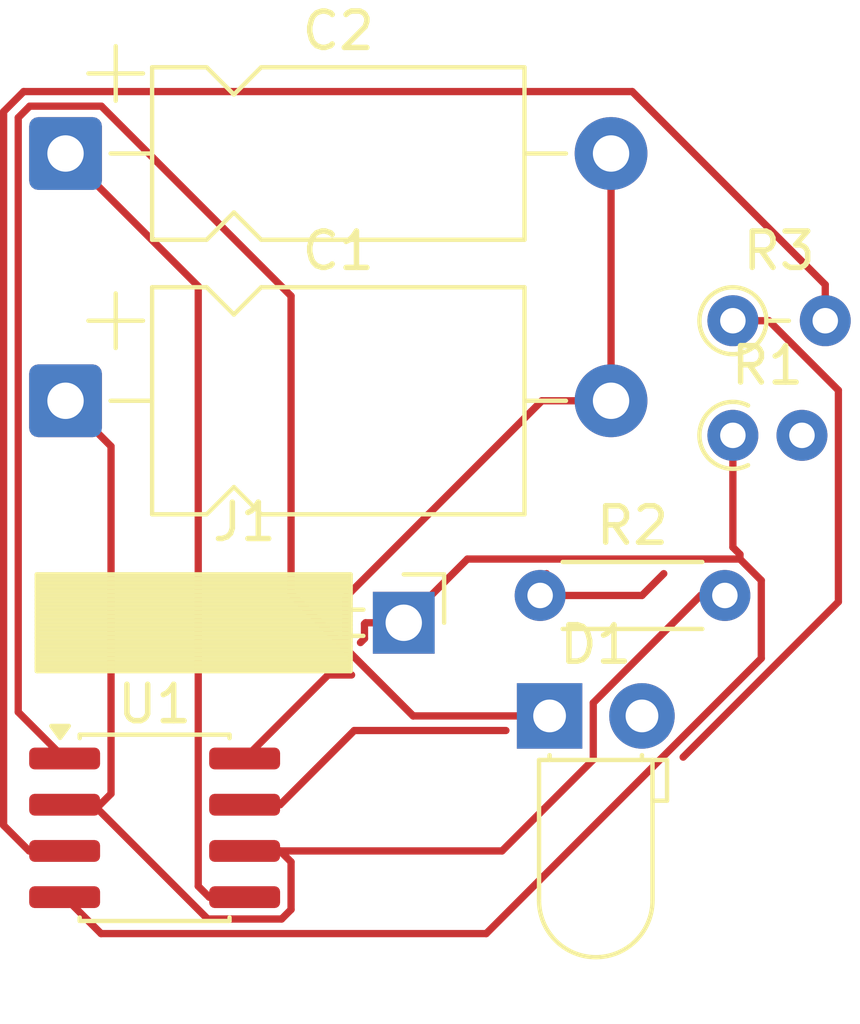
<source format=kicad_pcb>
(kicad_pcb (version 20241229) (generator "pcbnew") (generator_version "9.0")
  (layers (0 "F.Cu" signal) (2 "B.Cu" signal) (13 "F.Paste" user) (15 "B.Paste" user) (5 "F.SilkS" user "F.Silkscreen") (7 "B.SilkS" user "B.Silkscreen") (1 "F.Mask" user) (3 "B.Mask" user) (25 "Edge.Cuts" user))
  (net 0 "")
  (net 1 "Net-(U1-THR)")
  (net 2 "GND")
  (net 3 "Net-(U1-CV)")
  (net 4 "Net-(D1-A)")
  (net 5 "+9V")
  (net 6 "Net-(U1-DIS)")
  (net 7 "Net-(U1-Q)")
  (footprint "LED_THT:LED_D3.0mm_Horizontal_O1.27mm_Z2.0mm_Clear" (layer "F.Cu") (at 144.41 92.585)
    (property "Reference" "D1" (at 1.27 -1.96 0) (layer "F.SilkS"))
    (property "Value" "LED")
    (fp_line (start -0.29 1.21) (end -0.29 5.07) (stroke (width 0.12)) (layer "F.SilkS"))
    (fp_line (start -0.29 1.21) (end 2.83 1.21) (stroke (width 0.12)) (layer "F.SilkS"))
    (fp_line (start 0 1.08) (end 0 1.21) (stroke (width 0.12)) (layer "F.SilkS"))
    (fp_line (start 0 1.21) (end 0 1.08) (stroke (width 0.12)) (layer "F.SilkS"))
    (fp_line (start 2.54 1.08) (end 2.54 1.21) (stroke (width 0.12)) (layer "F.SilkS"))
    (fp_line (start 2.54 1.21) (end 2.54 1.08) (stroke (width 0.12)) (layer "F.SilkS"))
    (fp_line (start 2.83 1.21) (end 2.83 5.07) (stroke (width 0.12)) (layer "F.SilkS"))
    (fp_line (start 2.83 1.21) (end 3.23 1.21) (stroke (width 0.12)) (layer "F.SilkS"))
    (fp_line (start 2.83 2.33) (end 2.83 1.21) (stroke (width 0.12)) (layer "F.SilkS"))
    (fp_line (start 3.23 1.21) (end 3.23 2.33) (stroke (width 0.12)) (layer "F.SilkS"))
    (fp_line (start 3.23 2.33) (end 2.83 2.33) (stroke (width 0.12)) (layer "F.SilkS"))
    (fp_arc (start 2.83 5.07) (mid 1.27 6.63) (end -0.29 5.07) (stroke (width 0.12)) (layer "F.SilkS"))
    (pad "1" thru_hole rect (at 0 0) (size 1.8 1.8) (drill 0.9) (layers "*.Cu" "*.Mask") (net 2 "GND"))
    (pad "2" thru_hole circle (at 2.54 0) (size 1.8 1.8) (drill 0.9) (layers "*.Cu" "*.Mask") (net 4 "Net-(D1-A)"))
  )
  (footprint "Resistor_THT:R_Axial_DIN0204_L3.6mm_D1.6mm_P1.90mm_Vertical" (layer "F.Cu") (at 149.45 84.875)
    (property "Reference" "R1" (at 0.95 -1.92 0) (layer "F.SilkS"))
    (property "Value" "1k")
    (fp_arc (start 0.417133 0.82) (mid -0.92 0) (end 0.417133 -0.82) (stroke (width 0.12)) (layer "F.SilkS"))
    (pad "1" thru_hole circle (at 0 0) (size 1.4 1.4) (drill 0.7) (layers "*.Cu" "*.Mask") (net 5 "+9V"))
    (pad "2" thru_hole circle (at 1.9 0) (size 1.4 1.4) (drill 0.7) (layers "*.Cu" "*.Mask") (net 6 "Net-(U1-DIS)"))
  )
  (footprint "Connector_PinSocket_2.54mm:PinSocket_1x01_P2.54mm_Horizontal" (layer "F.Cu") (at 140.4 90.025)
    (property "Reference" "J1" (at -4.38 -2.77 0) (layer "F.SilkS"))
    (property "Value" "Conn_01x02_Pin")
    (fp_line (start -10.09 -1.33) (end -10.09 1.33) (stroke (width 0.12)) (layer "F.SilkS"))
    (fp_line (start -10.09 -1.33) (end -1.46 -1.33) (stroke (width 0.12)) (layer "F.SilkS"))
    (fp_line (start -10.09 -1.21) (end -1.46 -1.21) (stroke (width 0.12)) (layer "F.SilkS"))
    (fp_line (start -10.09 -1.094545) (end -1.46 -1.094545) (stroke (width 0.12)) (layer "F.SilkS"))
    (fp_line (start -10.09 -0.97909) (end -1.46 -0.97909) (stroke (width 0.12)) (layer "F.SilkS"))
    (fp_line (start -10.09 -0.863635) (end -1.46 -0.863635) (stroke (width 0.12)) (layer "F.SilkS"))
    (fp_line (start -10.09 -0.74818) (end -1.46 -0.74818) (stroke (width 0.12)) (layer "F.SilkS"))
    (fp_line (start -10.09 -0.632725) (end -1.46 -0.632725) (stroke (width 0.12)) (layer "F.SilkS"))
    (fp_line (start -10.09 -0.51727) (end -1.46 -0.51727) (stroke (width 0.12)) (layer "F.SilkS"))
    (fp_line (start -10.09 -0.401815) (end -1.46 -0.401815) (stroke (width 0.12)) (layer "F.SilkS"))
    (fp_line (start -10.09 -0.28636) (end -1.46 -0.28636) (stroke (width 0.12)) (layer "F.SilkS"))
    (fp_line (start -10.09 -0.170905) (end -1.46 -0.170905) (stroke (width 0.12)) (layer "F.SilkS"))
    (fp_line (start -10.09 -0.05545) (end -1.46 -0.05545) (stroke (width 0.12)) (layer "F.SilkS"))
    (fp_line (start -10.09 0.060005) (end -1.46 0.060005) (stroke (width 0.12)) (layer "F.SilkS"))
    (fp_line (start -10.09 0.17546) (end -1.46 0.17546) (stroke (width 0.12)) (layer "F.SilkS"))
    (fp_line (start -10.09 0.290915) (end -1.46 0.290915) (stroke (width 0.12)) (layer "F.SilkS"))
    (fp_line (start -10.09 0.40637) (end -1.46 0.40637) (stroke (width 0.12)) (layer "F.SilkS"))
    (fp_line (start -10.09 0.521825) (end -1.46 0.521825) (stroke (width 0.12)) (layer "F.SilkS"))
    (fp_line (start -10.09 0.63728) (end -1.46 0.63728) (stroke (width 0.12)) (layer "F.SilkS"))
    (fp_line (start -10.09 0.752735) (end -1.46 0.752735) (stroke (width 0.12)) (layer "F.SilkS"))
    (fp_line (start -10.09 0.86819) (end -1.46 0.86819) (stroke (width 0.12)) (layer "F.SilkS"))
    (fp_line (start -10.09 0.983645) (end -1.46 0.983645) (stroke (width 0.12)) (layer "F.SilkS"))
    (fp_line (start -10.09 1.0991) (end -1.46 1.0991) (stroke (width 0.12)) (layer "F.SilkS"))
    (fp_line (start -10.09 1.214555) (end -1.46 1.214555) (stroke (width 0.12)) (layer "F.SilkS"))
    (fp_line (start -10.09 1.33) (end -1.46 1.33) (stroke (width 0.12)) (layer "F.SilkS"))
    (fp_line (start -1.46 -1.33) (end -1.46 1.33) (stroke (width 0.12)) (layer "F.SilkS"))
    (fp_line (start -1.46 -0.36) (end -1.11 -0.36) (stroke (width 0.12)) (layer "F.SilkS"))
    (fp_line (start -1.46 0.36) (end -1.11 0.36) (stroke (width 0.12)) (layer "F.SilkS"))
    (fp_line (start 0 -1.33) (end 1.11 -1.33) (stroke (width 0.12)) (layer "F.SilkS"))
    (fp_line (start 1.11 -1.33) (end 1.11 0) (stroke (width 0.12)) (layer "F.SilkS"))
    (pad "1" thru_hole rect (at 0 0) (size 1.7 1.7) (drill 1) (layers "*.Cu" "*.Mask") (net 5 "+9V"))
  )
  (footprint "Resistor_THT:R_Axial_DIN0204_L3.6mm_D1.6mm_P5.08mm_Horizontal" (layer "F.Cu") (at 144.15 89.275)
    (property "Reference" "R2" (at 2.54 -1.92 0) (layer "F.SilkS"))
    (property "Value" "68k")
    (fp_line (start 0.62 -0.92) (end 4.46 -0.92) (stroke (width 0.12)) (layer "F.SilkS"))
    (fp_line (start 0.62 0.92) (end 4.46 0.92) (stroke (width 0.12)) (layer "F.SilkS"))
    (pad "1" thru_hole circle (at 0 0) (size 1.4 1.4) (drill 0.7) (layers "*.Cu" "*.Mask") (net 6 "Net-(U1-DIS)"))
    (pad "2" thru_hole circle (at 5.08 0) (size 1.4 1.4) (drill 0.7) (layers "*.Cu" "*.Mask") (net 1 "Net-(U1-THR)"))
  )
  (footprint "Resistor_THT:R_Axial_DIN0204_L3.6mm_D1.6mm_P2.54mm_Vertical" (layer "F.Cu") (at 149.45 81.725)
    (property "Reference" "R3" (at 1.27 -1.92 0) (layer "F.SilkS"))
    (property "Value" "470")
    (fp_line (start 0.92 0) (end 1.54 0) (stroke (width 0.12)) (layer "F.SilkS"))
    (fp_circle (center 0 0) (end 0.92 0) (stroke (width 0.12)) (fill no) (layer "F.SilkS"))
    (pad "1" thru_hole circle (at 0 0) (size 1.4 1.4) (drill 0.7) (layers "*.Cu" "*.Mask") (net 4 "Net-(D1-A)"))
    (pad "2" thru_hole circle (at 2.54 0) (size 1.4 1.4) (drill 0.7) (layers "*.Cu" "*.Mask") (net 7 "Net-(U1-Q)"))
  )
  (footprint "Capacitor_THT:CP_Axial_L10.0mm_D6.0mm_P15.00mm_Horizontal" (layer "F.Cu") (at 131.1 83.925)
    (property "Reference" "C1" (at 7.5 -4.12 0) (layer "F.SilkS"))
    (property "Value" "10u")
    (fp_line (start 0.63 -2.2) (end 2.13 -2.2) (stroke (width 0.12)) (layer "F.SilkS"))
    (fp_line (start 1.24 0) (end 2.38 0) (stroke (width 0.12)) (layer "F.SilkS"))
    (fp_line (start 1.38 -2.95) (end 1.38 -1.45) (stroke (width 0.12)) (layer "F.SilkS"))
    (fp_line (start 2.38 -3.12) (end 2.38 3.12) (stroke (width 0.12)) (layer "F.SilkS"))
    (fp_line (start 2.38 -3.12) (end 3.88 -3.12) (stroke (width 0.12)) (layer "F.SilkS"))
    (fp_line (start 2.38 3.12) (end 3.88 3.12) (stroke (width 0.12)) (layer "F.SilkS"))
    (fp_line (start 3.88 -3.12) (end 4.63 -2.37) (stroke (width 0.12)) (layer "F.SilkS"))
    (fp_line (start 3.88 3.12) (end 4.63 2.37) (stroke (width 0.12)) (layer "F.SilkS"))
    (fp_line (start 4.63 -2.37) (end 5.38 -3.12) (stroke (width 0.12)) (layer "F.SilkS"))
    (fp_line (start 4.63 2.37) (end 5.38 3.12) (stroke (width 0.12)) (layer "F.SilkS"))
    (fp_line (start 5.38 -3.12) (end 12.62 -3.12) (stroke (width 0.12)) (layer "F.SilkS"))
    (fp_line (start 5.38 3.12) (end 12.62 3.12) (stroke (width 0.12)) (layer "F.SilkS"))
    (fp_line (start 12.62 -3.12) (end 12.62 3.12) (stroke (width 0.12)) (layer "F.SilkS"))
    (fp_line (start 13.76 0) (end 12.62 0) (stroke (width 0.12)) (layer "F.SilkS"))
    (pad "1" thru_hole roundrect (at 0 0) (size 2 2) (drill 1) (layers "*.Cu" "*.Mask") (roundrect_rratio 0.125) (net 1 "Net-(U1-THR)"))
    (pad "2" thru_hole circle (at 15 0) (size 2 2) (drill 1) (layers "*.Cu" "*.Mask") (net 2 "GND"))
  )
  (footprint "Package_SO:SOIC-8_3.9x4.9mm_P1.27mm" (layer "F.Cu") (at 133.55 95.66)
    (property "Reference" "U1" (at 0 -3.4 0) (layer "F.SilkS"))
    (property "Value" "NE555D")
    (fp_line (start -2.06 -2.56) (end 2.06 -2.56) (stroke (width 0.12)) (layer "F.SilkS"))
    (fp_line (start -2.06 -2.465) (end -2.06 -2.56) (stroke (width 0.12)) (layer "F.SilkS"))
    (fp_line (start -2.06 2.56) (end -2.06 2.465) (stroke (width 0.12)) (layer "F.SilkS"))
    (fp_line (start 2.06 -2.56) (end 2.06 -2.465) (stroke (width 0.12)) (layer "F.SilkS"))
    (fp_line (start 2.06 2.465) (end 2.06 2.56) (stroke (width 0.12)) (layer "F.SilkS"))
    (fp_line (start 2.06 2.56) (end -2.06 2.56) (stroke (width 0.12)) (layer "F.SilkS"))
    (fp_poly (pts (xy -2.6 -2.47) (xy -2.84 -2.8) (xy -2.36 -2.8)) (stroke (width 0.12)) (fill yes) (layer "F.SilkS"))
    (pad "1" smd roundrect (at -2.475 -1.905) (size 1.95 0.6) (layers "F.Cu" "F.Mask" "F.Paste") (net 2 "GND"))
    (pad "2" smd roundrect (at -2.475 -0.635) (size 1.95 0.6) (layers "F.Cu" "F.Mask" "F.Paste") (net 1 "Net-(U1-THR)"))
    (pad "3" smd roundrect (at -2.475 0.635) (size 1.95 0.6) (layers "F.Cu" "F.Mask" "F.Paste") (net 7 "Net-(U1-Q)"))
    (pad "4" smd roundrect (at -2.475 1.905) (size 1.95 0.6) (layers "F.Cu" "F.Mask" "F.Paste") (net 5 "+9V"))
    (pad "5" smd roundrect (at 2.475 1.905) (size 1.95 0.6) (layers "F.Cu" "F.Mask" "F.Paste") (net 3 "Net-(U1-CV)"))
    (pad "6" smd roundrect (at 2.475 0.635) (size 1.95 0.6) (layers "F.Cu" "F.Mask" "F.Paste") (net 1 "Net-(U1-THR)"))
    (pad "7" smd roundrect (at 2.475 -0.635) (size 1.95 0.6) (layers "F.Cu" "F.Mask" "F.Paste") (net 6 "Net-(U1-DIS)"))
    (pad "8" smd roundrect (at 2.475 -1.905) (size 1.95 0.6) (layers "F.Cu" "F.Mask" "F.Paste") (net 5 "+9V"))
  )
  (footprint "Capacitor_THT:CP_Axial_L10.0mm_D4.5mm_P15.00mm_Horizontal" (layer "F.Cu") (at 131.1 77.13)
    (property "Reference" "C2" (at 7.5 -3.37 0) (layer "F.SilkS"))
    (property "Value" "10n")
    (fp_line (start 0.63 -2.2) (end 2.13 -2.2) (stroke (width 0.12)) (layer "F.SilkS"))
    (fp_line (start 1.24 0) (end 2.38 0) (stroke (width 0.12)) (layer "F.SilkS"))
    (fp_line (start 1.38 -2.95) (end 1.38 -1.45) (stroke (width 0.12)) (layer "F.SilkS"))
    (fp_line (start 2.38 -2.37) (end 2.38 2.37) (stroke (width 0.12)) (layer "F.SilkS"))
    (fp_line (start 2.38 -2.37) (end 3.88 -2.37) (stroke (width 0.12)) (layer "F.SilkS"))
    (fp_line (start 2.38 2.37) (end 3.88 2.37) (stroke (width 0.12)) (layer "F.SilkS"))
    (fp_line (start 3.88 -2.37) (end 4.63 -1.62) (stroke (width 0.12)) (layer "F.SilkS"))
    (fp_line (start 3.88 2.37) (end 4.63 1.62) (stroke (width 0.12)) (layer "F.SilkS"))
    (fp_line (start 4.63 -1.62) (end 5.38 -2.37) (stroke (width 0.12)) (layer "F.SilkS"))
    (fp_line (start 4.63 1.62) (end 5.38 2.37) (stroke (width 0.12)) (layer "F.SilkS"))
    (fp_line (start 5.38 -2.37) (end 12.62 -2.37) (stroke (width 0.12)) (layer "F.SilkS"))
    (fp_line (start 5.38 2.37) (end 12.62 2.37) (stroke (width 0.12)) (layer "F.SilkS"))
    (fp_line (start 12.62 -2.37) (end 12.62 2.37) (stroke (width 0.12)) (layer "F.SilkS"))
    (fp_line (start 13.76 0) (end 12.62 0) (stroke (width 0.12)) (layer "F.SilkS"))
    (pad "1" thru_hole roundrect (at 0 0) (size 2 2) (drill 1) (layers "*.Cu" "*.Mask") (roundrect_rratio 0.125) (net 3 "Net-(U1-CV)"))
    (pad "2" thru_hole circle (at 15 0) (size 2 2) (drill 1) (layers "*.Cu" "*.Mask") (net 2 "GND"))
  )
  (segment (start 132.049999 95.025) (end 131.075 95.025) (width 0.2) (layer "F.Cu") (net 1))
  (segment (start 145.611 92.225529) (end 148.561529 89.275) (width 0.2) (layer "F.Cu") (net 1))
  (segment (start 136.025 96.295) (end 143.102 96.295) (width 0.2) (layer "F.Cu") (net 1))
  (segment (start 131.1 83.925) (end 132.351 85.176) (width 0.2) (layer "F.Cu") (net 1))
  (segment (start 137.301 96.596001) (end 136.999999 96.295) (width 0.2) (layer "F.Cu") (net 1))
  (segment (start 135.009032 98.166) (end 137.040968 98.166) (width 0.2) (layer "F.Cu") (net 1))
  (segment (start 143.102 96.295) (end 145.611 93.786) (width 0.2) (layer "F.Cu") (net 1))
  (segment (start 148.561529 89.275) (end 149.23 89.275) (width 0.2) (layer "F.Cu") (net 1))
  (segment (start 132.351 85.176) (end 132.351 94.723999) (width 0.2) (layer "F.Cu") (net 1))
  (segment (start 131.075 95.025) (end 131.868032 95.025) (width 0.2) (layer "F.Cu") (net 1))
  (segment (start 137.301 97.905968) (end 137.301 96.596001) (width 0.2) (layer "F.Cu") (net 1))
  (segment (start 132.351 94.723999) (end 132.049999 95.025) (width 0.2) (layer "F.Cu") (net 1))
  (segment (start 131.868032 95.025) (end 135.009032 98.166) (width 0.2) (layer "F.Cu") (net 1))
  (segment (start 136.999999 96.295) (end 136.025 96.295) (width 0.2) (layer "F.Cu") (net 1))
  (segment (start 137.040968 98.166) (end 137.301 97.905968) (width 0.2) (layer "F.Cu") (net 1))
  (segment (start 145.611 93.786) (end 145.611 92.225529) (width 0.2) (layer "F.Cu") (net 1))
  (segment (start 138.80905 90.73605) (end 140.658 92.585) (width 0.2) (layer "F.Cu") (net 2))
  (segment (start 129.799 92.479) (end 129.799 76.14484) (width 0.2) (layer "F.Cu") (net 2))
  (segment (start 146.1 83.925) (end 144.198 83.925) (width 0.2) (layer "F.Cu") (net 2))
  (segment (start 138.80905 89.31395) (end 138.80905 90.73605) (width 0.2) (layer "F.Cu") (net 2))
  (segment (start 144.198 83.925) (end 138.80905 89.31395) (width 0.2) (layer "F.Cu") (net 2))
  (segment (start 137.301 81.04484) (end 137.301 89.228) (width 0.2) (layer "F.Cu") (net 2))
  (segment (start 140.658 92.585) (end 144.41 92.585) (width 0.2) (layer "F.Cu") (net 2))
  (segment (start 129.799 76.14484) (end 130.11484 75.829) (width 0.2) (layer "F.Cu") (net 2))
  (segment (start 146.1 77.13) (end 146.1 83.925) (width 0.2) (layer "F.Cu") (net 2))
  (segment (start 131.075 93.755) (end 129.799 92.479) (width 0.2) (layer "F.Cu") (net 2))
  (segment (start 130.11484 75.829) (end 132.08516 75.829) (width 0.2) (layer "F.Cu") (net 2))
  (segment (start 132.08516 75.829) (end 137.301 81.04484) (width 0.2) (layer "F.Cu") (net 2))
  (segment (start 137.301 89.228) (end 140.658 92.585) (width 0.2) (layer "F.Cu") (net 2))
  (segment (start 134.749 80.779) (end 134.749 97.263999) (width 0.2) (layer "F.Cu") (net 3))
  (segment (start 131.1 77.13) (end 134.749 80.779) (width 0.2) (layer "F.Cu") (net 3))
  (segment (start 135.050001 97.565) (end 136.025 97.565) (width 0.2) (layer "F.Cu") (net 3))
  (segment (start 134.749 97.263999) (end 135.050001 97.565) (width 0.2) (layer "F.Cu") (net 3))
  (segment (start 147.217386 92.717386) (end 147.583186 93.083186) (width 0.2) (layer "F.Cu") (net 4))
  (segment (start 149.45 81.725) (end 150.439949 81.725) (width 0.2) (layer "F.Cu") (net 4))
  (segment (start 147.083185 92.717386) (end 147.217386 92.717386) (width 0.2) (layer "F.Cu") (net 4))
  (segment (start 152.351 89.449571) (end 148.082785 93.717786) (width 0.2) (layer "F.Cu") (net 4))
  (segment (start 150.439949 81.725) (end 152.351 83.636051) (width 0.2) (layer "F.Cu") (net 4))
  (segment (start 146.95 92.585) (end 146.950799 92.585) (width 0.2) (layer "F.Cu") (net 4))
  (segment (start 146.950799 92.585) (end 147.083185 92.717386) (width 0.2) (layer "F.Cu") (net 4))
  (segment (start 152.351 83.636051) (end 152.351 89.449571) (width 0.2) (layer "F.Cu") (net 4))
  (segment (start 149.644628 88.274) (end 149.644628 88.144628) (width 0.2) (layer "F.Cu") (net 5))
  (segment (start 149.644628 88.144628) (end 149.45 87.95) (width 0.2) (layer "F.Cu") (net 5))
  (segment (start 149.45 87.95) (end 149.45 84.875) (width 0.2) (layer "F.Cu") (net 5))
  (segment (start 138.32045 91.45955) (end 138.96545 91.45955) (width 0.2) (layer "F.Cu") (net 5))
  (segment (start 149.644628 88.274) (end 150.231 88.860372) (width 0.2) (layer "F.Cu") (net 5))
  (segment (start 140.4 90.025) (end 142.151 88.274) (width 0.2) (layer "F.Cu") (net 5))
  (segment (start 136.025 93.755) (end 138.32045 91.45955) (width 0.2) (layer "F.Cu") (net 5))
  (segment (start 150.231 91.002471) (end 142.666471 98.567) (width 0.2) (layer "F.Cu") (net 5))
  (segment (start 139.32005 90.45995) (end 139.21005 90.56995) (width 0.2) (layer "F.Cu") (net 5))
  (segment (start 142.151 88.274) (end 149.644628 88.274) (width 0.2) (layer "F.Cu") (net 5))
  (segment (start 140.4 90.025) (end 139.35 90.025) (width 0.2) (layer "F.Cu") (net 5))
  (segment (start 142.666471 98.567) (end 132.077 98.567) (width 0.2) (layer "F.Cu") (net 5))
  (segment (start 132.077 98.567) (end 131.075 97.565) (width 0.2) (layer "F.Cu") (net 5))
  (segment (start 139.32005 90.05495) (end 139.32005 90.45995) (width 0.2) (layer "F.Cu") (net 5))
  (segment (start 150.231 88.860372) (end 150.231 91.002471) (width 0.2) (layer "F.Cu") (net 5))
  (segment (start 139.35 90.025) (end 139.32005 90.05495) (width 0.2) (layer "F.Cu") (net 5))
  (segment (start 144.15 89.275) (end 144.15 88.85) (width 0.2) (layer "F.Cu") (net 6))
  (segment (start 136.025 95.025) (end 136.999999 95.025) (width 0.2) (layer "F.Cu") (net 6))
  (segment (start 136.999999 95.025) (end 139.038999 92.986) (width 0.2) (layer "F.Cu") (net 6))
  (segment (start 144.15 88.85) (end 144.325 88.675) (width 0.2) (layer "F.Cu") (net 6))
  (segment (start 139.038999 92.986) (end 143.209 92.986) (width 0.2) (layer "F.Cu") (net 6))
  (segment (start 146.95 89.275) (end 147.55 88.675) (width 0.2) (layer "F.Cu") (net 6))
  (segment (start 144.15 89.275) (end 146.95 89.275) (width 0.2) (layer "F.Cu") (net 6))
  (segment (start 129.398 95.592999) (end 129.398 75.97874) (width 0.2) (layer "F.Cu") (net 7))
  (segment (start 146.682949 75.428) (end 151.99 80.735051) (width 0.2) (layer "F.Cu") (net 7))
  (segment (start 129.94874 75.428) (end 146.682949 75.428) (width 0.2) (layer "F.Cu") (net 7))
  (segment (start 130.100001 96.295) (end 129.398 95.592999) (width 0.2) (layer "F.Cu") (net 7))
  (segment (start 151.99 80.735051) (end 151.99 81.725) (width 0.2) (layer "F.Cu") (net 7))
  (segment (start 129.398 75.97874) (end 129.94874 75.428) (width 0.2) (layer "F.Cu") (net 7))
  (segment (start 131.075 96.295) (end 130.100001 96.295) (width 0.2) (layer "F.Cu") (net 7))
)
</source>
